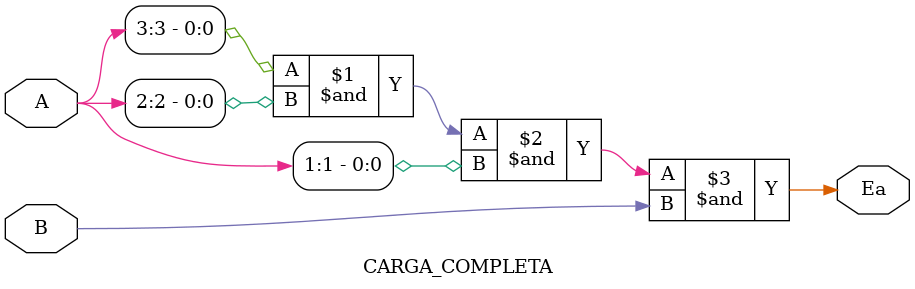
<source format=v>
module CARGA_COMPLETA(
    input [3:0] A,
    input B,
    output Ea
);

assign  Ea = (A[3] & A[2] & A[1] & B);

endmodule
</source>
